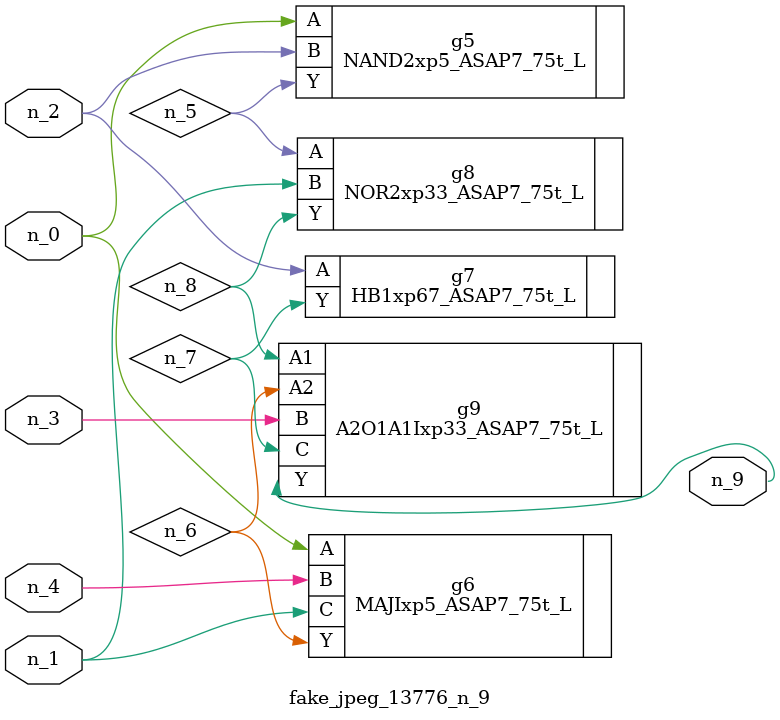
<source format=v>
module fake_jpeg_13776_n_9 (n_3, n_2, n_1, n_0, n_4, n_9);

input n_3;
input n_2;
input n_1;
input n_0;
input n_4;

output n_9;

wire n_8;
wire n_6;
wire n_5;
wire n_7;

NAND2xp5_ASAP7_75t_L g5 ( 
.A(n_0),
.B(n_2),
.Y(n_5)
);

MAJIxp5_ASAP7_75t_L g6 ( 
.A(n_0),
.B(n_4),
.C(n_1),
.Y(n_6)
);

HB1xp67_ASAP7_75t_L g7 ( 
.A(n_2),
.Y(n_7)
);

NOR2xp33_ASAP7_75t_L g8 ( 
.A(n_5),
.B(n_1),
.Y(n_8)
);

A2O1A1Ixp33_ASAP7_75t_L g9 ( 
.A1(n_8),
.A2(n_6),
.B(n_3),
.C(n_7),
.Y(n_9)
);


endmodule
</source>
